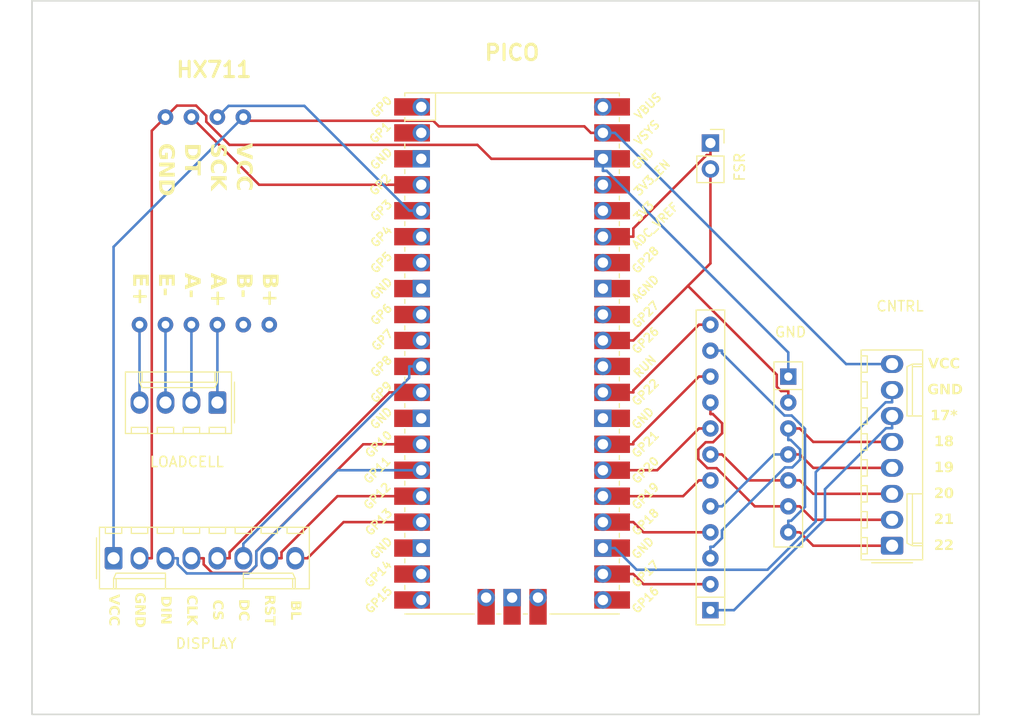
<source format=kicad_pcb>
(kicad_pcb (version 20221018) (generator pcbnew)
  (title_block (comment 4 "AISLER Project ID: LYVXFMNL"))
  (layers (0 "F.Cu" signal) (31 "B.Cu" signal) (36 "B.SilkS" user "B.Silkscreen") (37 "F.SilkS" user "F.Silkscreen") (38 "B.Mask" user) (39 "F.Mask" user) (44 "Edge.Cuts" user))
  (net 0 "")
  (net 1 "Net-(disp1-GND)")
  (net 2 "Net-(CNTRL1-GND)")
  (net 3 "Net-(PICO1-GPIO11)")
  (net 4 "Net-(PICO1-GPIO10)")
  (net 5 "Net-(PICO1-GPIO9)")
  (net 9 "Net-(PICO1-GPIO8)")
  (net 20 "Net-(PICO1-GPIO12)")
  (net 21 "Net-(PICO1-GPIO13)")
  (net 22 "Net-(FSR1-Pin_1)")
  (net 26 "Net-(FSR1-Pin_2)")
  (net 34 "Net-(hx1-A+)")
  (net 35 "Net-(hx1-A-)")
  (net 36 "Net-(hx1-E-)")
  (net 37 "Net-(hx1-E+)")
  (net 38 "Net-(PICO1-GPIO3)")
  (net 40 "Net-(PICO1-GPIO2)")
  (net 41 "Net-(PICO1-GPIO17)")
  (net 42 "Net-(PICO1-GPIO18)")
  (net 43 "Net-(PICO1-GPIO19)")
  (net 44 "Net-(PICO1-GPIO20)")
  (net 45 "Net-(PICO1-GPIO21)")
  (net 47 "Net-(PICO1-GPIO22)")
  (net 49 "Net-(CNTRL1-22)")
  (net 50 "Net-(CNTRL1-21)")
  (net 51 "Net-(CNTRL1-20)")
  (net 52 "Net-(CNTRL1-19)")
  (net 53 "Net-(CNTRL1-18)")
  (net 54 "Net-(CNTRL1-17*)")
  (net 55 "Net-(CNTRL1-VCC)")
  (footprint "MountingHole:MountingHole_3.2mm_M3" (layer "F.Cu") (at 154.94 66.04)
    (fp_text reference "m1" hide)
    (fp_text value "MountingHole_3.2mm_M3")
    (pad "" np_thru_hole circle locked (at 0 0) (size 3.2 3.2) (drill 3.2) (layers "*.Cu" "*.Mask"))
  )
  (footprint "MountingHole:MountingHole_3.2mm_M3" (layer "F.Cu") (at 236.22 66.04)
    (fp_text reference "m4" hide)
    (fp_text value "MountingHole_3.2mm_M3")
    (pad "" np_thru_hole circle locked (at 0 0) (size 3.2 3.2) (drill 3.2) (layers "F&B.Cu" "*.Mask"))
  )
  (footprint "MountingHole:MountingHole_3.2mm_M3" (layer "F.Cu") (at 154.94 127)
    (fp_text reference "m2" hide)
    (fp_text value "MountingHole_3.2mm_M3")
    (pad "" np_thru_hole circle locked (at 0 0) (size 3.2 3.2) (drill 3.2) (layers "F&B.Cu" "*.Mask"))
  )
  (footprint "MCU_RaspberryPi_and_Boards:RPi_Pico_SMD_TH" (layer "F.Cu") (at 195.58 95.48)
    (fp_text reference "PICO1" hide)
    (fp_text value "Pico")
    (fp_text user "GP2" (at -12.9 -16.51 45) (layer "F.SilkS") (effects (font (size 0.8 0.8))))
    (fp_text user "GP22" (at 13.054 3.81 45) (layer "F.SilkS") (effects (font (size 0.8 0.8))))
    (fp_text user "GP9" (at -12.8 3.81 45) (layer "F.SilkS") (effects (font (size 0.8 0.8))))
    (fp_text user "GP8" (at -12.8 1.27 45) (layer "F.SilkS") (effects (font (size 0.8 0.8))))
    (fp_text user "GP7" (at -12.7 -1.3 45) (layer "F.SilkS") (effects (font (size 0.8 0.8))))
    (fp_text user "RUN" (at 13 1.27 45) (layer "F.SilkS") (effects (font (size 0.8 0.8))))
    (fp_text user "GP0" (at -12.8 -24.13 45) (layer "F.SilkS") (effects (font (size 0.8 0.8))))
    (fp_text user "GP15" (at -13.054 24.13 45) (layer "F.SilkS") (effects (font (size 0.8 0.8))))
    (fp_text user "GP26" (at 13.054 -1.27 45) (layer "F.SilkS") (effects (font (size 0.8 0.8))))
    (fp_text user "GP11" (at -13.2 11.43 45) (layer "F.SilkS") (effects (font (size 0.8 0.8))))
    (fp_text user "GND" (at 12.8 6.35 45) (layer "F.SilkS") (effects (font (size 0.8 0.8))))
    (fp_text user "GP20" (at 13.054 11.43 45) (layer "F.SilkS") (effects (font (size 0.8 0.8))))
    (fp_text user "ADC_VREF" (at 14 -12.5 45) (layer "F.SilkS") (effects (font (size 0.8 0.8))))
    (fp_text user "VBUS" (at 13.3 -24.2 45) (layer "F.SilkS") (effects (font (size 0.8 0.8))))
    (fp_text user "GP1" (at -12.9 -21.6 45) (layer "F.SilkS") (effects (font (size 0.8 0.8))))
    (fp_text user "GP12" (at -13.2 13.97 45) (layer "F.SilkS") (effects (font (size 0.8 0.8))))
    (fp_text user "GP17" (at 13.054 21.59 45) (layer "F.SilkS") (effects (font (size 0.8 0.8))))
    (fp_text user "GP4" (at -12.8 -11.43 45) (layer "F.SilkS") (effects (font (size 0.8 0.8))))
    (fp_text user "AGND" (at 13.054 -6.35 45) (layer "F.SilkS") (effects (font (size 0.8 0.8))))
    (fp_text user "GP27" (at 13.054 -3.8 45) (layer "F.SilkS") (effects (font (size 0.8 0.8))))
    (fp_text user "GP10" (at -13.054 8.89 45) (layer "F.SilkS") (effects (font (size 0.8 0.8))))
    (fp_text user "GND" (at -12.8 -6.35 45) (layer "F.SilkS") (effects (font (size 0.8 0.8))))
    (fp_text user "GP18" (at 13.054 16.51 45) (layer "F.SilkS") (effects (font (size 0.8 0.8))))
    (fp_text user "GP5" (at -12.8 -8.89 45) (layer "F.SilkS") (effects (font (size 0.8 0.8))))
    (fp_text user "GND" (at -12.8 6.35 45) (layer "F.SilkS") (effects (font (size 0.8 0.8))))
    (fp_text user "3V3" (at 12.9 -13.9 45) (layer "F.SilkS") (effects (font (size 0.8 0.8))))
    (fp_text user "GND" (at 12.8 -19.05 45) (layer "F.SilkS") (effects (font (size 0.8 0.8))))
    (fp_text user "GP3" (at -12.8 -13.97 45) (layer "F.SilkS") (effects (font (size 0.8 0.8))))
    (fp_text user "GND" (at -12.8 -19.05 45) (layer "F.SilkS") (effects (font (size 0.8 0.8))))
    (fp_text user "GP13" (at -13.054 16.51 45) (layer "F.SilkS") (effects (font (size 0.8 0.8))))
    (fp_text user "GND" (at -12.8 19.05 45) (layer "F.SilkS") (effects (font (size 0.8 0.8))))
    (fp_text user "GND" (at 12.8 19.05 45) (layer "F.SilkS") (effects (font (size 0.8 0.8))))
    (fp_text user "GP6" (at -12.8 -3.81 45) (layer "F.SilkS") (effects (font (size 0.8 0.8))))
    (fp_text user "GP28" (at 13.054 -9.144 45) (layer "F.SilkS") (effects (font (size 0.8 0.8))))
    (fp_text user "GP16" (at 13.054 24.13 45) (layer "F.SilkS") (effects (font (size 0.8 0.8))))
    (fp_text user "GP21" (at 13.054 8.9 45) (layer "F.SilkS") (effects (font (size 0.8 0.8))))
    (fp_text user "GP14" (at -13.1 21.59 45) (layer "F.SilkS") (effects (font (size 0.8 0.8))))
    (fp_text user "VSYS" (at 13.2 -21.59 45) (layer "F.SilkS") (effects (font (size 0.8 0.8))))
    (fp_text user "3V3_EN" (at 13.7 -17.2 45) (layer "F.SilkS") (effects (font (size 0.8 0.8))))
    (fp_text user "GP19" (at 13.054 13.97 45) (layer "F.SilkS") (effects (font (size 0.8 0.8))))
    (pad "" np_thru_hole oval (at -2.725 -24) (size 1.8 1.8) (drill 1.8) (layers "*.Cu" "*.Mask"))
    (pad "" np_thru_hole oval (at -2.425 -20.97) (size 1.5 1.5) (drill 1.5) (layers "*.Cu" "*.Mask"))
    (pad "" np_thru_hole oval (at 2.425 -20.97) (size 1.5 1.5) (drill 1.5) (layers "*.Cu" "*.Mask"))
    (pad "" np_thru_hole oval (at 2.725 -24) (size 1.8 1.8) (drill 1.8) (layers "*.Cu" "*.Mask"))
    (pad "1" thru_hole oval (at -8.89 -24.13) (size 1.7 1.7) (drill 1.02) (layers "*.Cu" "*.Mask"))
    (pad "1" smd rect (at -8.89 -24.13) (size 3.5 1.7) (drill (offset -0.9 0)) (layers "F.Cu" "F.Mask"))
    (pad "2" thru_hole oval (at -8.89 -21.59) (size 1.7 1.7) (drill 1.02) (layers "*.Cu" "*.Mask"))
    (pad "2" smd rect (at -8.89 -21.59) (size 3.5 1.7) (drill (offset -0.9 0)) (layers "F.Cu" "F.Mask"))
    (pad "3" thru_hole rect (at -8.89 -19.05) (size 1.7 1.7) (drill 1.02) (layers "*.Cu" "*.Mask"))
    (pad "3" smd rect (at -8.89 -19.05) (size 3.5 1.7) (drill (offset -0.9 0)) (layers "F.Cu" "F.Mask"))
    (pad "4" thru_hole oval (at -8.89 -16.51) (size 1.7 1.7) (drill 1.02) (layers "*.Cu" "*.Mask") (net 40 "Net-(PICO1-GPIO2)"))
    (pad "4" smd rect (at -8.89 -16.51) (size 3.5 1.7) (drill (offset -0.9 0)) (layers "F.Cu" "F.Mask") (net 40 "Net-(PICO1-GPIO2)"))
    (pad "5" thru_hole oval (at -8.89 -13.97) (size 1.7 1.7) (drill 1.02) (layers "*.Cu" "*.Mask") (net 38 "Net-(PICO1-GPIO3)"))
    (pad "5" smd rect (at -8.89 -13.97) (size 3.5 1.7) (drill (offset -0.9 0)) (layers "F.Cu" "F.Mask") (net 38 "Net-(PICO1-GPIO3)"))
    (pad "6" thru_hole oval (at -8.89 -11.43) (size 1.7 1.7) (drill 1.02) (layers "*.Cu" "*.Mask"))
    (pad "6" smd rect (at -8.89 -11.43) (size 3.5 1.7) (drill (offset -0.9 0)) (layers "F.Cu" "F.Mask"))
    (pad "7" thru_hole oval (at -8.89 -8.89) (size 1.7 1.7) (drill 1.02) (layers "*.Cu" "*.Mask"))
    (pad "7" smd rect (at -8.89 -8.89) (size 3.5 1.7) (drill (offset -0.9 0)) (layers "F.Cu" "F.Mask"))
    (pad "8" thru_hole rect (at -8.89 -6.35) (size 1.7 1.7) (drill 1.02) (layers "*.Cu" "*.Mask"))
    (pad "8" smd rect (at -8.89 -6.35) (size 3.5 1.7) (drill (offset -0.9 0)) (layers "F.Cu" "F.Mask"))
    (pad "9" thru_hole oval (at -8.89 -3.81) (size 1.7 1.7) (drill 1.02) (layers "*.Cu" "*.Mask"))
    (pad "9" smd rect (at -8.89 -3.81) (size 3.5 1.7) (drill (offset -0.9 0)) (layers "F.Cu" "F.Mask"))
    (pad "10" thru_hole oval (at -8.89 -1.27) (size 1.7 1.7) (drill 1.02) (layers "*.Cu" "*.Mask"))
    (pad "10" smd rect (at -8.89 -1.27) (size 3.5 1.7) (drill (offset -0.9 0)) (layers "F.Cu" "F.Mask"))
    (pad "11" thru_hole oval (at -8.89 1.27) (size 1.7 1.7) (drill 1.02) (layers "*.Cu" "*.Mask") (net 9 "Net-(PICO1-GPIO8)"))
    (pad "11" smd rect (at -8.89 1.27) (size 3.5 1.7) (drill (offset -0.9 0)) (layers "F.Cu" "F.Mask") (net 9 "Net-(PICO1-GPIO8)"))
    (pad "12" thru_hole oval (at -8.89 3.81) (size 1.7 1.7) (drill 1.02) (layers "*.Cu" "*.Mask") (net 5 "Net-(PICO1-GPIO9)"))
    (pad "12" smd rect (at -8.89 3.81) (size 3.5 1.7) (drill (offset -0.9 0)) (layers "F.Cu" "F.Mask") (net 5 "Net-(PICO1-GPIO9)"))
    (pad "13" thru_hole rect (at -8.89 6.35) (size 1.7 1.7) (drill 1.02) (layers "*.Cu" "*.Mask"))
    (pad "13" smd rect (at -8.89 6.35) (size 3.5 1.7) (drill (offset -0.9 0)) (layers "F.Cu" "F.Mask"))
    (pad "14" thru_hole oval (at -8.89 8.89) (size 1.7 1.7) (drill 1.02) (layers "*.Cu" "*.Mask") (net 4 "Net-(PICO1-GPIO10)"))
    (pad "14" smd rect (at -8.89 8.89) (size 3.5 1.7) (drill (offset -0.9 0)) (layers "F.Cu" "F.Mask") (net 4 "Net-(PICO1-GPIO10)"))
    (pad "15" thru_hole oval (at -8.89 11.43) (size 1.7 1.7) (drill 1.02) (layers "*.Cu" "*.Mask") (net 3 "Net-(PICO1-GPIO11)"))
    (pad "15" smd rect (at -8.89 11.43) (size 3.5 1.7) (drill (offset -0.9 0)) (layers "F.Cu" "F.Mask") (net 3 "Net-(PICO1-GPIO11)"))
    (pad "16" thru_hole oval (at -8.89 13.97) (size 1.7 1.7) (drill 1.02) (layers "*.Cu" "*.Mask") (net 20 "Net-(PICO1-GPIO12)"))
    (pad "16" smd rect (at -8.89 13.97) (size 3.5 1.7) (drill (offset -0.9 0)) (layers "F.Cu" "F.Mask") (net 20 "Net-(PICO1-GPIO12)"))
    (pad "17" thru_hole oval (at -8.89 16.51) (size 1.7 1.7) (drill 1.02) (layers "*.Cu" "*.Mask") (net 21 "Net-(PICO1-GPIO13)"))
    (pad "17" smd rect (at -8.89 16.51) (size 3.5 1.7) (drill (offset -0.9 0)) (layers "F.Cu" "F.Mask") (net 21 "Net-(PICO1-GPIO13)"))
    (pad "18" thru_hole rect (at -8.89 19.05) (size 1.7 1.7) (drill 1.02) (layers "*.Cu" "*.Mask"))
    (pad "18" smd rect (at -8.89 19.05) (size 3.5 1.7) (drill (offset -0.9 0)) (layers "F.Cu" "F.Mask"))
    (pad "19" thru_hole oval (at -8.89 21.59) (size 1.7 1.7) (drill 1.02) (layers "*.Cu" "*.Mask"))
    (pad "19" smd rect (at -8.89 21.59) (size 3.5 1.7) (drill (offset -0.9 0)) (layers "F.Cu" "F.Mask"))
    (pad "20" thru_hole oval (at -8.89 24.13) (size 1.7 1.7) (drill 1.02) (layers "*.Cu" "*.Mask"))
    (pad "20" smd rect (at -8.89 24.13) (size 3.5 1.7) (drill (offset -0.9 0)) (layers "F.Cu" "F.Mask"))
    (pad "21" thru_hole oval (at 8.89 24.13) (size 1.7 1.7) (drill 1.02) (layers "*.Cu" "*.Mask"))
    (pad "21" smd rect (at 8.89 24.13) (size 3.5 1.7) (drill (offset 0.9 0)) (layers "F.Cu" "F.Mask"))
    (pad "22" thru_hole oval (at 8.89 21.59) (size 1.7 1.7) (drill 1.02) (layers "*.Cu" "*.Mask") (net 41 "Net-(PICO1-GPIO17)"))
    (pad "22" smd rect (at 8.89 21.59) (size 3.5 1.7) (drill (offset 0.9 0)) (layers "F.Cu" "F.Mask") (net 41 "Net-(PICO1-GPIO17)"))
    (pad "23" thru_hole rect (at 8.89 19.05) (size 1.7 1.7) (drill 1.02) (layers "*.Cu" "*.Mask") (net 2 "Net-(CNTRL1-GND)"))
    (pad "23" smd rect (at 8.89 19.05) (size 3.5 1.7) (drill (offset 0.9 0)) (layers "F.Cu" "F.Mask") (net 2 "Net-(CNTRL1-GND)"))
    (pad "24" thru_hole oval (at 8.89 16.51) (size 1.7 1.7) (drill 1.02) (layers "*.Cu" "*.Mask") (net 42 "Net-(PICO1-GPIO18)"))
    (pad "24" smd rect (at 8.89 16.51) (size 3.5 1.7) (drill (offset 0.9 0)) (layers "F.Cu" "F.Mask") (net 42 "Net-(PICO1-GPIO18)"))
    (pad "25" thru_hole oval (at 8.89 13.97) (size 1.7 1.7) (drill 1.02) (layers "*.Cu" "*.Mask") (net 43 "Net-(PICO1-GPIO19)"))
    (pad "25" smd rect (at 8.89 13.97) (size 3.5 1.7) (drill (offset 0.9 0)) (layers "F.Cu" "F.Mask") (net 43 "Net-(PICO1-GPIO19)"))
    (pad "26" thru_hole oval (at 8.89 11.43) (size 1.7 1.7) (drill 1.02) (layers "*.Cu" "*.Mask") (net 44 "Net-(PICO1-GPIO20)"))
    (pad "26" smd rect (at 8.89 11.43) (size 3.5 1.7) (drill (offset 0.9 0)) (layers "F.Cu" "F.Mask") (net 44 "Net-(PICO1-GPIO20)"))
    (pad "27" thru_hole oval (at 8.89 8.89) (size 1.7 1.7) (drill 1.02) (layers "*.Cu" "*.Mask") (net 45 "Net-(PICO1-GPIO21)"))
    (pad "27" smd rect (at 8.89 8.89) (size 3.5 1.7) (drill (offset 0.9 0)) (layers "F.Cu" "F.Mask") (net 45 "Net-(PICO1-GPIO21)"))
    (pad "28" thru_hole rect (at 8.89 6.35) (size 1.7 1.7) (drill 1.02) (layers "*.Cu" "*.Mask"))
    (pad "28" smd rect (at 8.89 6.35) (size 3.5 1.7) (drill (offset 0.9 0)) (layers "F.Cu" "F.Mask"))
    (pad "29" thru_hole oval (at 8.89 3.81) (size 1.7 1.7) (drill 1.02) (layers "*.Cu" "*.Mask") (net 47 "Net-(PICO1-GPIO22)"))
    (pad "29" smd rect (at 8.89 3.81) (size 3.5 1.7) (drill (offset 0.9 0)) (layers "F.Cu" "F.Mask") (net 47 "Net-(PICO1-GPIO22)"))
    (pad "30" thru_hole oval (at 8.89 1.27) (size 1.7 1.7) (drill 1.02) (layers "*.Cu" "*.Mask"))
    (pad "30" smd rect (at 8.89 1.27) (size 3.5 1.7) (drill (offset 0.9 0)) (layers "F.Cu" "F.Mask"))
    (pad "31" thru_hole oval (at 8.89 -1.27) (size 1.7 1.7) (drill 1.02) (layers "*.Cu" "*.Mask") (net 26 "Net-(FSR1-Pin_2)"))
    (pad "31" smd rect (at 8.89 -1.27) (size 3.5 1.7) (drill (offset 0.9 0)) (layers "F.Cu" "F.Mask") (net 26 "Net-(FSR1-Pin_2)"))
    (pad "32" thru_hole oval (at 8.89 -3.81) (size 1.7 1.7) (drill 1.02) (layers "*.Cu" "*.Mask"))
    (pad "32" smd rect (at 8.89 -3.81) (size 3.5 1.7) (drill (offset 0.9 0)) (layers "F.Cu" "F.Mask"))
    (pad "33" thru_hole rect (at 8.89 -6.35) (size 1.7 1.7) (drill 1.02) (layers "*.Cu" "*.Mask"))
    (pad "33" smd rect (at 8.89 -6.35) (size 3.5 1.7) (drill (offset 0.9 0)) (layers "F.Cu" "F.Mask"))
    (pad "34" thru_hole oval (at 8.89 -8.89) (size 1.7 1.7) (drill 1.02) (layers "*.Cu" "*.Mask"))
    (pad "34" smd rect (at 8.89 -8.89) (size 3.5 1.7) (drill (offset 0.9 0)) (layers "F.Cu" "F.Mask"))
    (pad "35" thru_hole oval (at 8.89 -11.43) (size 1.7 1.7) (drill 1.02) (layers "*.Cu" "*.Mask") (net 22 "Net-(FSR1-Pin_1)"))
    (pad "35" smd rect (at 8.89 -11.43) (size 3.5 1.7) (drill (offset 0.9 0)) (layers "F.Cu" "F.Mask") (net 22 "Net-(FSR1-Pin_1)"))
    (pad "36" thru_hole oval (at 8.89 -13.97) (size 1.7 1.7) (drill 1.02) (layers "*.Cu" "*.Mask"))
    (pad "36" smd rect (at 8.89 -13.97) (size 3.5 1.7) (drill (offset 0.9 0)) (layers "F.Cu" "F.Mask"))
    (pad "37" thru_hole oval (at 8.89 -16.51) (size 1.7 1.7) (drill 1.02) (layers "*.Cu" "*.Mask"))
    (pad "37" smd rect (at 8.89 -16.51) (size 3.5 1.7) (drill (offset 0.9 0)) (layers "F.Cu" "F.Mask"))
    (pad "38" thru_hole rect (at 8.89 -19.05) (size 1.7 1.7) (drill 1.02) (layers "*.Cu" "*.Mask") (net 1 "Net-(disp1-GND)"))
    (pad "38" smd rect (at 8.89 -19.05) (size 3.5 1.7) (drill (offset 0.9 0)) (layers "F.Cu" "F.Mask") (net 1 "Net-(disp1-GND)"))
    (pad "39" thru_hole oval (at 8.89 -21.59) (size 1.7 1.7) (drill 1.02) (layers "*.Cu" "*.Mask") (net 55 "Net-(CNTRL1-VCC)"))
    (pad "39" smd rect (at 8.89 -21.59) (size 3.5 1.7) (drill (offset 0.9 0)) (layers "F.Cu" "F.Mask") (net 55 "Net-(CNTRL1-VCC)"))
    (pad "40" thru_hole oval (at 8.89 -24.13) (size 1.7 1.7) (drill 1.02) (layers "*.Cu" "*.Mask"))
    (pad "40" smd rect (at 8.89 -24.13) (size 3.5 1.7) (drill (offset 0.9 0)) (layers "F.Cu" "F.Mask"))
    (pad "41" thru_hole oval (at -2.54 23.9) (size 1.7 1.7) (drill 1.02) (layers "*.Cu" "*.Mask"))
    (pad "41" smd rect (at -2.54 23.9 90) (size 3.5 1.7) (drill (offset -0.9 0)) (layers "F.Cu" "F.Mask"))
    (pad "42" thru_hole rect (at 0 23.9) (size 1.7 1.7) (drill 1.02) (layers "*.Cu" "*.Mask"))
    (pad "42" smd rect (at 0 23.9 90) (size 3.5 1.7) (drill (offset -0.9 0)) (layers "F.Cu" "F.Mask"))
    (pad "43" thru_hole oval (at 2.54 23.9) (size 1.7 1.7) (drill 1.02) (layers "*.Cu" "*.Mask"))
    (pad "43" smd rect (at 2.54 23.9 90) (size 3.5 1.7) (drill (offset -0.9 0)) (layers "F.Cu" "F.Mask"))
  )
  (footprint "Resistor_THT:R_Array_SIP7" (layer "F.Cu") (at 222.615 97.745 -90)
    (fp_text reference "RN2" hide)
    (fp_text value "10k")
    (pad "1" thru_hole rect (at 0 0 270) (size 1.6 1.6) (drill 0.8) (layers "*.Cu" "*.Mask") (net 1 "Net-(disp1-GND)"))
    (pad "2" thru_hole oval (at 2.54 0 270) (size 1.6 1.6) (drill 0.8) (layers "*.Cu" "*.Mask") (net 26 "Net-(FSR1-Pin_2)"))
    (pad "3" thru_hole oval (at 5.08 0 270) (size 1.6 1.6) (drill 0.8) (layers "*.Cu" "*.Mask") (net 53 "Net-(CNTRL1-18)"))
    (pad "4" thru_hole oval (at 7.62 0 270) (size 1.6 1.6) (drill 0.8) (layers "*.Cu" "*.Mask") (net 52 "Net-(CNTRL1-19)"))
    (pad "5" thru_hole oval (at 10.16 0 270) (size 1.6 1.6) (drill 0.8) (layers "*.Cu" "*.Mask") (net 51 "Net-(CNTRL1-20)"))
    (pad "6" thru_hole oval (at 12.7 0 270) (size 1.6 1.6) (drill 0.8) (layers "*.Cu" "*.Mask") (net 50 "Net-(CNTRL1-21)"))
    (pad "7" thru_hole oval (at 15.24 0 270) (size 1.6 1.6) (drill 0.8) (layers "*.Cu" "*.Mask") (net 49 "Net-(CNTRL1-22)"))
  )
  (footprint "MountingHole:MountingHole_3.2mm_M3" (layer "F.Cu") (at 236.22 127)
    (fp_text reference "m3" hide)
    (fp_text value "MountingHole_3.2mm_M3")
    (pad "" np_thru_hole circle locked (at 0 0) (size 3.2 3.2) (drill 3.2) (layers "F&B.Cu" "*.Mask"))
  )
  (footprint "Resistor_THT:R_Array_SIP12" (layer "F.Cu") (at 214.995 120.605 90)
    (fp_text reference "RN1" hide)
    (fp_text value "1k")
    (pad "1" thru_hole rect (at 0 0 90) (size 1.6 1.6) (drill 0.8) (layers "*.Cu" "*.Mask") (net 54 "Net-(CNTRL1-17*)"))
    (pad "2" thru_hole oval (at 2.54 0 90) (size 1.6 1.6) (drill 0.8) (layers "*.Cu" "*.Mask") (net 41 "Net-(PICO1-GPIO17)"))
    (pad "3" thru_hole oval (at 5.08 0 90) (size 1.6 1.6) (drill 0.8) (layers "*.Cu" "*.Mask") (net 53 "Net-(CNTRL1-18)"))
    (pad "4" thru_hole oval (at 7.62 0 90) (size 1.6 1.6) (drill 0.8) (layers "*.Cu" "*.Mask") (net 42 "Net-(PICO1-GPIO18)"))
    (pad "5" thru_hole oval (at 10.16 0 90) (size 1.6 1.6) (drill 0.8) (layers "*.Cu" "*.Mask") (net 52 "Net-(CNTRL1-19)"))
    (pad "6" thru_hole oval (at 12.7 0 90) (size 1.6 1.6) (drill 0.8) (layers "*.Cu" "*.Mask") (net 43 "Net-(PICO1-GPIO19)"))
    (pad "7" thru_hole oval (at 15.24 0 90) (size 1.6 1.6) (drill 0.8) (layers "*.Cu" "*.Mask") (net 51 "Net-(CNTRL1-20)"))
    (pad "8" thru_hole oval (at 17.78 0 90) (size 1.6 1.6) (drill 0.8) (layers "*.Cu" "*.Mask") (net 44 "Net-(PICO1-GPIO20)"))
    (pad "9" thru_hole oval (at 20.32 0 90) (size 1.6 1.6) (drill 0.8) (layers "*.Cu" "*.Mask") (net 50 "Net-(CNTRL1-21)"))
    (pad "10" thru_hole oval (at 22.86 0 90) (size 1.6 1.6) (drill 0.8) (layers "*.Cu" "*.Mask") (net 45 "Net-(PICO1-GPIO21)"))
    (pad "11" thru_hole oval (at 25.4 0 90) (size 1.6 1.6) (drill 0.8) (layers "*.Cu" "*.Mask") (net 49 "Net-(CNTRL1-22)"))
    (pad "12" thru_hole oval (at 27.94 0 90) (size 1.6 1.6) (drill 0.8) (layers "*.Cu" "*.Mask") (net 47 "Net-(PICO1-GPIO22)"))
  )
  (footprint "Connector_PinSocket_2.54mm:PinSocket_1x02_P2.54mm_Vertical" (layer "F.Cu") (at 214.995 74.885)
    (fp_text reference "FSR1" hide)
    (fp_text value "Conn_01x02_Socket")
    (pad "1" thru_hole rect (at 0 0) (size 1.7 1.7) (drill 1) (layers "*.Cu" "*.Mask") (net 22 "Net-(FSR1-Pin_1)"))
    (pad "2" thru_hole oval (at 0 2.54) (size 1.7 1.7) (drill 1) (layers "*.Cu" "*.Mask") (net 26 "Net-(FSR1-Pin_2)"))
  )
  (footprint "Connector_Molex:Molex_KK-254_AE-6410-08A_1x08_P2.54mm_Vertical" (layer "F.Cu") (at 232.775 114.3 90)
    (fp_text reference "CNTRL1" hide)
    (fp_text value "Conn_01x08")
    (pad "1" thru_hole roundrect (at 0 0 90) (size 1.74 2.19) (drill 1.19) (layers "*.Cu" "*.Mask") (roundrect_rratio 0.1436781609) (net 49 "Net-(CNTRL1-22)"))
    (pad "2" thru_hole oval (at 2.54 0 90) (size 1.74 2.19) (drill 1.19) (layers "*.Cu" "*.Mask") (net 50 "Net-(CNTRL1-21)"))
    (pad "3" thru_hole oval (at 5.08 0 90) (size 1.74 2.19) (drill 1.19) (layers "*.Cu" "*.Mask") (net 51 "Net-(CNTRL1-20)"))
    (pad "4" thru_hole oval (at 7.62 0 90) (size 1.74 2.19) (drill 1.19) (layers "*.Cu" "*.Mask") (net 52 "Net-(CNTRL1-19)"))
    (pad "5" thru_hole oval (at 10.16 0 90) (size 1.74 2.19) (drill 1.19) (layers "*.Cu" "*.Mask") (net 53 "Net-(CNTRL1-18)"))
    (pad "6" thru_hole oval (at 12.7 0 90) (size 1.74 2.19) (drill 1.19) (layers "*.Cu" "*.Mask") (net 54 "Net-(CNTRL1-17*)"))
    (pad "7" thru_hole oval (at 15.24 0 90) (size 1.74 2.19) (drill 1.19) (layers "*.Cu" "*.Mask") (net 2 "Net-(CNTRL1-GND)"))
    (pad "8" thru_hole oval (at 17.78 0 90) (size 1.74 2.19) (drill 1.19) (layers "*.Cu" "*.Mask") (net 55 "Net-(CNTRL1-VCC)"))
  )
  (footprint "hx711:hx711" (layer "F.Cu") (at 164.195 85.045 -90)
    (fp_text reference "hx1" hide)
    (fp_text value "hx711")
    (fp_text user "SCK" (at -10.16 -2.54 -90 unlocked) (layer "F.SilkS") (effects (font (size 1.5 1.5) (thickness 0.3) bold) (justify left)))
    (fp_text user "GND" (at -10.16 2.54 -90 unlocked) (layer "F.SilkS") (effects (font (size 1.5 1.5) (thickness 0.3) bold) (justify left)))
    (fp_text user "DT" (at -10.16 0 -90 unlocked) (layer "F.SilkS") (effects (font (size 1.5 1.5) (thickness 0.3) bold) (justify left)))
    (fp_text user "A-" (at 2.54 0 -90 unlocked) (layer "F.SilkS") (effects (font (size 1.5 1.5) (thickness 0.3) bold) (justify left)))
    (fp_text user "B-" (at 2.54 -5.08 -90 unlocked) (layer "F.SilkS") (effects (font (size 1.5 1.5) (thickness 0.3) bold) (justify left)))
    (fp_text user "E-" (at 2.54 2.54 -90 unlocked) (layer "F.SilkS") (effects (font (size 1.5 1.5) (thickness 0.3) bold) (justify left)))
    (fp_text user "A+" (at 2.54 -2.54 -90 unlocked) (layer "F.SilkS") (effects (font (size 1.5 1.5) (thickness 0.3) bold) (justify left)))
    (fp_text user "E+" (at 2.54 5.08 -90 unlocked) (layer "F.SilkS") (effects (font (size 1.5 1.5) (thickness 0.3) bold) (justify left)))
    (fp_text user "VCC" (at -10.16 -5.08 -90 unlocked) (layer "F.SilkS") (effects (font (size 1.5 1.5) (thickness 0.3) bold) (justify left)))
    (fp_text user "B+" (at 2.54 -7.62 -90 unlocked) (layer "F.SilkS") (effects (font (size 1.5 1.5) (thickness 0.3) bold) (justify left)))
    (pad "1" thru_hole circle (at 7.62 -7.62 270) (size 1.524 1.524) (drill 0.762) (layers "*.Cu" "*.Mask"))
    (pad "2" thru_hole circle (at 7.62 -5.08 270) (size 1.524 1.524) (drill 0.762) (layers "*.Cu" "*.Mask"))
    (pad "3" thru_hole circle (at 7.62 -2.54 270) (size 1.524 1.524) (drill 0.762) (layers "*.Cu" "*.Mask") (net 34 "Net-(hx1-A+)"))
    (pad "4" thru_hole circle (at 7.62 0 270) (size 1.524 1.524) (drill 0.762) (layers "*.Cu" "*.Mask") (net 35 "Net-(hx1-A-)"))
    (pad "5" thru_hole circle (at 7.62 2.54 270) (size 1.524 1.524) (drill 0.762) (layers "*.Cu" "*.Mask") (net 36 "Net-(hx1-E-)"))
    (pad "6" thru_hole circle (at 7.62 5.08 270) (size 1.524 1.524) (drill 0.762) (layers "*.Cu" "*.Mask") (net 37 "Net-(hx1-E+)"))
    (pad "7" thru_hole circle (at -12.7 -5.08 270) (size 1.524 1.524) (drill 0.762) (layers "*.Cu" "*.Mask") (net 55 "Net-(CNTRL1-VCC)"))
    (pad "8" thru_hole circle (at -12.7 -2.54 270) (size 1.524 1.524) (drill 0.762) (layers "*.Cu" "*.Mask") (net 38 "Net-(PICO1-GPIO3)"))
    (pad "9" thru_hole circle (at -12.7 0 270) (size 1.524 1.524) (drill 0.762) (layers "*.Cu" "*.Mask") (net 40 "Net-(PICO1-GPIO2)"))
    (pad "10" thru_hole circle (at -12.7 2.54 270) (size 1.524 1.524) (drill 0.762) (layers "*.Cu" "*.Mask") (net 1 "Net-(disp1-GND)"))
  )
  (footprint "Connector_Molex:Molex_KK-254_AE-6410-08A_1x08_P2.54mm_Vertical" (layer "F.Cu") (at 156.575 115.525)
    (fp_text reference "disp1" hide)
    (fp_text value "Conn_01x08_Pin")
    (pad "1" thru_hole roundrect (at 0 0) (size 1.74 2.19) (drill 1.19) (layers "*.Cu" "*.Mask") (roundrect_rratio 0.1436781609) (net 55 "Net-(CNTRL1-VCC)"))
    (pad "2" thru_hole oval (at 2.54 0) (size 1.74 2.19) (drill 1.19) (layers "*.Cu" "*.Mask") (net 1 "Net-(disp1-GND)"))
    (pad "3" thru_hole oval (at 5.08 0) (size 1.74 2.19) (drill 1.19) (layers "*.Cu" "*.Mask") (net 3 "Net-(PICO1-GPIO11)"))
    (pad "4" thru_hole oval (at 7.62 0) (size 1.74 2.19) (drill 1.19) (layers "*.Cu" "*.Mask") (net 4 "Net-(PICO1-GPIO10)"))
    (pad "5" thru_hole oval (at 10.16 0) (size 1.74 2.19) (drill 1.19) (layers "*.Cu" "*.Mask") (net 5 "Net-(PICO1-GPIO9)"))
    (pad "6" thru_hole oval (at 12.7 0) (size 1.74 2.19) (drill 1.19) (layers "*.Cu" "*.Mask") (net 9 "Net-(PICO1-GPIO8)"))
    (pad "7" thru_hole oval (at 15.24 0) (size 1.74 2.19) (drill 1.19) (layers "*.Cu" "*.Mask") (net 20 "Net-(PICO1-GPIO12)"))
    (pad "8" thru_hole oval (at 17.78 0) (size 1.74 2.19) (drill 1.19) (layers "*.Cu" "*.Mask") (net 21 "Net-(PICO1-GPIO13)"))
  )
  (footprint "Connector_Molex:Molex_KK-254_AE-6410-04A_1x04_P2.54mm_Vertical" (layer "F.Cu") (at 166.735 100.285 180)
    (fp_text reference "loadcell1" hide)
    (fp_text value "molex4p")
    (pad "1" thru_hole roundrect (at 0 0 180) (size 1.74 2.19) (drill 1.19) (layers "*.Cu" "*.Mask") (roundrect_rratio 0.1436781609) (net 34 "Net-(hx1-A+)"))
    (pad "2" thru_hole oval (at 2.54 0 180) (size 1.74 2.19) (drill 1.19) (layers "*.Cu" "*.Mask") (net 35 "Net-(hx1-A-)"))
    (pad "3" thru_hole oval (at 5.08 0 180) (size 1.74 2.19) (drill 1.19) (layers "*.Cu" "*.Mask") (net 36 "Net-(hx1-E-)"))
    (pad "4" thru_hole oval (at 7.62 0 180) (size 1.74 2.19) (drill 1.19) (layers "*.Cu" "*.Mask") (net 37 "Net-(hx1-E+)"))
  )
  (gr_rect locked (start 148.59 60.96) (end 241.3 130.81) (stroke (width 0.15)) (fill none) (layer "Edge.Cuts"))
  (gr_text "FSR" (at 218.44 78.74 90) (layer "F.SilkS") (effects (font (size 1 1)) (justify left bottom)))
  (gr_text "17*" (at 237.855 101.6) (layer "F.SilkS") (effects (font (size 1 1) (thickness 0.15) bold)))
  (gr_text "RST" (at 171.815 120.605 270) (layer "F.SilkS") (effects (font (size 1 1) (thickness 0.15) bold)))
  (gr_text "DIN" (at 161.655 120.605 270) (layer "F.SilkS") (effects (font (size 1 1) (thickness 0.15) bold)))
  (gr_text "18" (at 237.855 104.14) (layer "F.SilkS") (effects (font (size 1 1) (thickness 0.15) bold)))
  (gr_text "HX711" (at 162.56 68.58) (layer "F.SilkS") (effects (font (size 1.5 1.5) (thickness 0.3) bold) (justify left bottom)))
  (gr_text "LOADCELL" (at 160.02 106.68) (layer "F.SilkS") (effects (font (size 1 1)) (justify left bottom)))
  (gr_text "BL" (at 174.355 120.605 270) (layer "F.SilkS") (effects (font (size 1 1) (thickness 0.15) bold)))
  (gr_text "GND" (at 236.22 99.06) (layer "F.SilkS") (effects (font (size 1 1) (thickness 0.15) bold) (justify left)))
  (gr_text "PICO" (at 195.58 66.04) (layer "F.SilkS") (effects (font (size 1.5 1.5) (thickness 0.3) bold)))
  (gr_text "VCC" (at 156.575 120.605 -90) (layer "F.SilkS") (effects (font (size 1 1) (thickness 0.15) bold)))
  (gr_text "CNTRL" (at 231.14 91.44) (layer "F.SilkS") (effects (font (size 1 1)) (justify left bottom)))
  (gr_text "GND" (at 221.215 93.98) (layer "F.SilkS") (effects (font (size 1 1)) (justify left bottom)))
  (gr_text "CLK" (at 164.195 120.605 270) (layer "F.SilkS") (effects (font (size 1 1) (thickness 0.15) bold)))
  (gr_text "19" (at 237.855 106.68) (layer "F.SilkS") (effects (font (size 1 1) (thickness 0.15) bold)))
  (gr_text "GND" (at 159.115 120.605 270) (layer "F.SilkS") (effects (font (size 1 1) (thickness 0.15) bold)))
  (gr_text "22" (at 237.855 114.3) (layer "F.SilkS") (effects (font (size 1 1) (thickness 0.15) bold)))
  (gr_text "CS" (at 166.735 120.605 270) (layer "F.SilkS") (effects (font (size 1 1) (thickness 0.15) bold)))
  (gr_text "DISPLAY" (at 162.56 124.46) (layer "F.SilkS") (effects (font (size 1 1)) (justify left bottom)))
  (gr_text "21" (at 237.855 111.76) (layer "F.SilkS") (effects (font (size 1 1) (thickness 0.15) bold)))
  (gr_text "20" (at 237.855 109.22) (layer "F.SilkS") (effects (font (size 1 1) (thickness 0.15) bold)))
  (gr_text "DC" (at 169.275 120.605 270) (layer "F.SilkS") (effects (font (size 1 1) (thickness 0.15) bold)))
  (gr_text "VCC" (at 237.855 96.52) (layer "F.SilkS") (effects (font (size 1 1) (thickness 0.15) bold)))
  (segment (start 165.6461 72.2156) (end 164.6516 71.2211) (width 0.25) (layer "F.Cu") (net 1))
  (segment (start 159.115 115.525) (end 160.3119 115.525) (width 0.25) (layer "F.Cu") (net 1))
  (segment (start 161.655 72.345) (end 160.3119 73.6881) (width 0.25) (layer "F.Cu") (net 1))
  (segment (start 164.6516 71.2211) (end 162.7789 71.2211) (width 0.25) (layer "F.Cu") (net 1))
  (segment (start 165.6461 72.7982) (end 165.6461 72.2156) (width 0.25) (layer "F.Cu") (net 1))
  (segment (start 204.47 76.43) (end 193.552 76.43) (width 0.25) (layer "F.Cu") (net 1))
  (segment (start 192.1889 75.0669) (end 167.9148 75.0669) (width 0.25) (layer "F.Cu") (net 1))
  (segment (start 167.9148 75.0669) (end 165.6461 72.7982) (width 0.25) (layer "F.Cu") (net 1))
  (segment (start 193.552 76.43) (end 192.1889 75.0669) (width 0.25) (layer "F.Cu") (net 1))
  (segment (start 162.7789 71.2211) (end 161.655 72.345) (width 0.25) (layer "F.Cu") (net 1))
  (segment (start 160.3119 73.6881) (end 160.3119 115.525) (width 0.25) (layer "F.Cu") (net 1))
  (segment (start 222.615 95.3841) (end 222.615 97.745) (width 0.25) (layer "B.Cu") (net 1))
  (segment (start 204.47 76.43) (end 204.47 77.6069) (width 0.25) (layer "B.Cu") (net 1))
  (segment (start 204.8378 77.6069) (end 222.615 95.3841) (width 0.25) (layer "B.Cu") (net 1))
  (segment (start 204.47 77.6069) (end 204.8378 77.6069) (width 0.25) (layer "B.Cu") (net 1))
  (segment (start 232.1441 100.2569) (end 232.775 100.2569) (width 0.25) (layer "B.Cu") (net 2))
  (segment (start 207.7703 116.6534) (end 220.5773 116.6534) (width 0.25) (layer "B.Cu") (net 2))
  (segment (start 225.3041 107.0969) (end 232.1441 100.2569) (width 0.25) (layer "B.Cu") (net 2))
  (segment (start 225.3041 111.9266) (end 225.3041 107.0969) (width 0.25) (layer "B.Cu") (net 2))
  (segment (start 205.6469 114.53) (end 207.7703 116.6534) (width 0.25) (layer "B.Cu") (net 2))
  (segment (start 204.47 114.53) (end 205.6469 114.53) (width 0.25) (layer "B.Cu") (net 2))
  (segment (start 220.5773 116.6534) (end 225.3041 111.9266) (width 0.25) (layer "B.Cu") (net 2))
  (segment (start 232.775 99.06) (end 232.775 100.2569) (width 0.25) (layer "B.Cu") (net 2))
  (segment (start 169.7614 117.0106) (end 170.545 116.227) (width 0.25) (layer "B.Cu") (net 3))
  (segment (start 161.655 115.525) (end 162.8519 115.525) (width 0.25) (layer "B.Cu") (net 3))
  (segment (start 170.545 116.227) (end 170.545 114.859) (width 0.25) (layer "B.Cu") (net 3))
  (segment (start 162.8519 115.525) (end 162.8519 116.1235) (width 0.25) (layer "B.Cu") (net 3))
  (segment (start 163.739 117.0106) (end 169.7614 117.0106) (width 0.25) (layer "B.Cu") (net 3))
  (segment (start 178.494 106.91) (end 186.69 106.91) (width 0.25) (layer "B.Cu") (net 3))
  (segment (start 170.545 114.859) (end 178.494 106.91) (width 0.25) (layer "B.Cu") (net 3))
  (segment (start 162.8519 116.1235) (end 163.739 117.0106) (width 0.25) (layer "B.Cu") (net 3))
  (segment (start 170.545 114.8306) (end 181.0056 104.37) (width 0.25) (layer "F.Cu") (net 4))
  (segment (start 170.545 116.2484) (end 170.545 114.8306) (width 0.25) (layer "F.Cu") (net 4))
  (segment (start 181.0056 104.37) (end 186.69 104.37) (width 0.25) (layer "F.Cu") (net 4))
  (segment (start 169.8277 116.9657) (end 170.545 116.2484) (width 0.25) (layer "F.Cu") (net 4))
  (segment (start 166.2342 116.9657) (end 169.8277 116.9657) (width 0.25) (layer "F.Cu") (net 4))
  (segment (start 164.195 115.525) (end 165.3919 115.525) (width 0.25) (layer "F.Cu") (net 4))
  (segment (start 165.3919 116.1234) (end 166.2342 116.9657) (width 0.25) (layer "F.Cu") (net 4))
  (segment (start 165.3919 115.525) (end 165.3919 116.1234) (width 0.25) (layer "F.Cu") (net 4))
  (segment (start 167.9319 114.9265) (end 183.5684 99.29) (width 0.25) (layer "F.Cu") (net 5))
  (segment (start 166.735 115.525) (end 167.9319 115.525) (width 0.25) (layer "F.Cu") (net 5))
  (segment (start 183.5684 99.29) (end 186.69 99.29) (width 0.25) (layer "F.Cu") (net 5))
  (segment (start 167.9319 115.525) (end 167.9319 114.9265) (width 0.25) (layer "F.Cu") (net 5))
  (segment (start 186.69 96.75) (end 185.5131 96.75) (width 0.25) (layer "B.Cu") (net 9))
  (segment (start 169.275 114.1031) (end 185.5131 97.865) (width 0.25) (layer "B.Cu") (net 9))
  (segment (start 185.5131 97.865) (end 185.5131 96.75) (width 0.25) (layer "B.Cu") (net 9))
  (segment (start 169.275 115.525) (end 169.275 114.1031) (width 0.25) (layer "B.Cu") (net 9))
  (segment (start 173.0119 114.9265) (end 178.4884 109.45) (width 0.25) (layer "F.Cu") (net 20))
  (segment (start 171.815 115.525) (end 173.0119 115.525) (width 0.25) (layer "F.Cu") (net 20))
  (segment (start 178.4884 109.45) (end 186.69 109.45) (width 0.25) (layer "F.Cu") (net 20))
  (segment (start 173.0119 115.525) (end 173.0119 114.9265) (width 0.25) (layer "F.Cu") (net 20))
  (segment (start 179.0869 111.99) (end 186.69 111.99) (width 0.25) (layer "F.Cu") (net 21))
  (segment (start 174.355 115.525) (end 175.5519 115.525) (width 0.25) (layer "F.Cu") (net 21))
  (segment (start 175.5519 115.525) (end 179.0869 111.99) (width 0.25) (layer "F.Cu") (net 21))
  (segment (start 204.47 84.05) (end 207.4469 84.05) (width 0.25) (layer "F.Cu") (net 22))
  (segment (start 214.995 76.0619) (end 214.6266 76.0619) (width 0.25) (layer "F.Cu") (net 22))
  (segment (start 214.6266 76.0619) (end 207.4469 83.2416) (width 0.25) (layer "F.Cu") (net 22))
  (segment (start 207.4469 83.2416) (end 207.4469 84.05) (width 0.25) (layer "F.Cu") (net 22))
  (segment (start 214.995 74.885) (end 214.995 76.0619) (width 0.25) (layer "F.Cu") (net 22))
  (segment (start 204.47 94.21) (end 207.4469 94.21) (width 0.25) (layer "F.Cu") (net 26))
  (segment (start 212.7917 88.8652) (end 207.4469 94.21) (width 0.25) (layer "F.Cu") (net 26))
  (segment (start 221.9106 99.1581) (end 221.4881 98.7356) (width 0.25) (layer "F.Cu") (net 26))
  (segment (start 222.615 100.285) (end 222.615 99.1581) (width 0.25) (layer "F.Cu") (net 26))
  (segment (start 222.615 99.1581) (end 221.9106 99.1581) (width 0.25) (layer "F.Cu") (net 26))
  (segment (start 214.995 86.6619) (end 212.7917 88.8652) (width 0.25) (layer "F.Cu") (net 26))
  (segment (start 214.995 77.425) (end 214.995 86.6619) (width 0.25) (layer "F.Cu") (net 26))
  (segment (start 221.4881 97.5616) (end 212.7917 88.8652) (width 0.25) (layer "F.Cu") (net 26))
  (segment (start 221.4881 98.7356) (end 221.4881 97.5616) (width 0.25) (layer "F.Cu") (net 26))
  (segment (start 166.735 100.285) (end 166.735 92.665) (width 0.25) (layer "B.Cu") (net 34))
  (segment (start 164.195 100.285) (end 164.195 92.665) (width 0.25) (layer "B.Cu") (net 35))
  (segment (start 161.655 100.285) (end 161.655 92.665) (width 0.25) (layer "B.Cu") (net 36))
  (segment (start 159.115 100.285) (end 159.115 92.665) (width 0.25) (layer "B.Cu") (net 37))
  (segment (start 185.5131 81.51) (end 175.2511 71.248) (width 0.25) (layer "B.Cu") (net 38))
  (segment (start 186.69 81.51) (end 185.5131 81.51) (width 0.25) (layer "B.Cu") (net 38))
  (segment (start 167.832 71.248) (end 166.735 72.345) (width 0.25) (layer "B.Cu") (net 38))
  (segment (start 175.2511 71.248) (end 167.832 71.248) (width 0.25) (layer "B.Cu") (net 38))
  (segment (start 164.195 72.345) (end 170.82 78.97) (width 0.25) (layer "F.Cu") (net 40))
  (segment (start 170.82 78.97) (end 186.69 78.97) (width 0.25) (layer "F.Cu") (net 40))
  (segment (start 214.995 118.065) (end 208.4419 118.065) (width 0.25) (layer "F.Cu") (net 41))
  (segment (start 208.4419 118.065) (end 207.4469 117.07) (width 0.25) (layer "F.Cu") (net 41))
  (segment (start 204.47 117.07) (end 207.4469 117.07) (width 0.25) (layer "F.Cu") (net 41))
  (segment (start 204.47 111.99) (end 207.4469 111.99) (width 0.25) (layer "F.Cu") (net 42))
  (segment (start 208.4419 112.985) (end 207.4469 111.99) (width 0.25) (layer "F.Cu") (net 42))
  (segment (start 214.995 112.985) (end 208.4419 112.985) (width 0.25) (layer "F.Cu") (net 42))
  (segment (start 212.3231 109.45) (end 204.47 109.45) (width 0.25) (layer "F.Cu") (net 43))
  (segment (start 214.995 107.905) (end 213.8681 107.905) (width 0.25) (layer "F.Cu") (net 43))
  (segment (start 213.8681 107.905) (end 212.3231 109.45) (width 0.25) (layer "F.Cu") (net 43))
  (segment (start 209.7831 106.91) (end 204.47 106.91) (width 0.25) (layer "F.Cu") (net 44))
  (segment (start 214.995 102.825) (end 213.8681 102.825) (width 0.25) (layer "F.Cu") (net 44))
  (segment (start 213.8681 102.825) (end 209.7831 106.91) (width 0.25) (layer "F.Cu") (net 44))
  (segment (start 214.995 97.745) (end 213.8681 97.745) (width 0.25) (layer "F.Cu") (net 45))
  (segment (start 204.47 104.37) (end 207.4469 104.37) (width 0.25) (layer "F.Cu") (net 45))
  (segment (start 207.4469 104.1662) (end 207.4469 104.37) (width 0.25) (layer "F.Cu") (net 45))
  (segment (start 213.8681 97.745) (end 207.4469 104.1662) (width 0.25) (layer "F.Cu") (net 45))
  (segment (start 214.995 92.665) (end 213.8681 92.665) (width 0.25) (layer "F.Cu") (net 47))
  (segment (start 207.4469 99.0862) (end 207.4469 99.29) (width 0.25) (layer "F.Cu") (net 47))
  (segment (start 213.8681 92.665) (end 207.4469 99.0862) (width 0.25) (layer "F.Cu") (net 47))
  (segment (start 204.47 99.29) (end 207.4469 99.29) (width 0.25) (layer "F.Cu") (net 47))
  (segment (start 232.775 114.3) (end 225.0569 114.3) (width 0.25) (layer "F.Cu") (net 49))
  (segment (start 225.0569 114.3) (end 223.7419 112.985) (width 0.25) (layer "F.Cu") (net 49))
  (segment (start 222.615 112.985) (end 223.7419 112.985) (width 0.25) (layer "F.Cu") (net 49))
  (segment (start 224.2483 102.8608) (end 224.2483 110.5065) (width 0.25) (layer "B.Cu") (net 49))
  (segment (start 222.8967 111.8581) (end 222.615 111.8581) (width 0.25) (layer "B.Cu") (net 49))
  (segment (start 222.615 112.985) (end 222.615 111.8581) (width 0.25) (layer "B.Cu") (net 49))
  (segment (start 222.9425 101.555) (end 224.2483 102.8608) (width 0.25) (layer "B.Cu") (net 49))
  (segment (start 224.2483 110.5065) (end 222.8967 111.8581) (width 0.25) (layer "B.Cu") (net 49))
  (segment (start 216.1219 95.4407) (end 222.2362 101.555) (width 0.25) (layer "B.Cu") (net 49))
  (segment (start 216.1219 95.205) (end 216.1219 95.4407) (width 0.25) (layer "B.Cu") (net 49))
  (segment (start 222.2362 101.555) (end 222.9425 101.555) (width 0.25) (layer "B.Cu") (net 49))
  (segment (start 214.995 95.205) (end 216.1219 95.205) (width 0.25) (layer "B.Cu") (net 49))
  (segment (start 215.2552 104.1689) (end 216.1345 103.2896) (width 0.25) (layer "F.Cu") (net 50))
  (segment (start 215.2285 101.4119) (end 214.995 101.4119) (width 0.25) (layer "F.Cu") (net 50))
  (segment (start 213.8061 104.8907) (end 214.5279 104.1689) (width 0.25) (layer "F.Cu") (net 50))
  (segment (start 214.5279 104.1689) (end 215.2552 104.1689) (width 0.25) (layer "F.Cu") (net 50))
  (segment (start 219.3352 110.445) (end 215.5991 106.7089) (width 0.25) (layer "F.Cu") (net 50))
  (segment (start 215.5991 106.7089) (end 214.7066 106.7089) (width 0.25) (layer "F.Cu") (net 50))
  (segment (start 213.8061 105.8084) (end 213.8061 104.8907) (width 0.25) (layer "F.Cu") (net 50))
  (segment (start 214.7066 106.7089) (end 213.8061 105.8084) (width 0.25) (layer "F.Cu") (net 50))
  (segment (start 225.0569 111.76) (end 223.7419 110.445) (width 0.25) (layer "F.Cu") (net 50))
  (segment (start 232.775 111.76) (end 225.0569 111.76) (width 0.25) (layer "F.Cu") (net 50))
  (segment (start 216.1345 102.3179) (end 215.2285 101.4119) (width 0.25) (layer "F.Cu") (net 50))
  (segment (start 222.615 110.445) (end 219.3352 110.445) (width 0.25) (layer "F.Cu") (net 50))
  (segment (start 216.1345 103.2896) (end 216.1345 102.3179) (width 0.25) (layer "F.Cu") (net 50))
  (segment (start 222.615 110.445) (end 223.7419 110.445) (width 0.25) (layer "F.Cu") (net 50))
  (segment (start 214.995 100.285) (end 214.995 101.4119) (width 0.25) (layer "F.Cu") (net 50))
  (segment (start 218.6619 107.905) (end 216.1219 105.365) (width 0.25) (layer "F.Cu") (net 51))
  (segment (start 225.0569 109.22) (end 223.7419 107.905) (width 0.25) (layer "F.Cu") (net 51))
  (segment (start 214.995 105.365) (end 216.1219 105.365) (width 0.25) (layer "F.Cu") (net 51))
  (segment (start 222.615 107.905) (end 218.6619 107.905) (width 0.25) (layer "F.Cu") (net 51))
  (segment (start 222.615 107.905) (end 223.7419 107.905) (width 0.25) (layer "F.Cu") (net 51))
  (segment (start 232.775 109.22) (end 225.0569 109.22) (width 0.25) (layer "F.Cu") (net 51))
  (segment (start 232.775 106.68) (end 225.0569 106.68) (width 0.25) (layer "F.Cu") (net 52))
  (segment (start 225.0569 106.68) (end 223.7419 105.365) (width 0.25) (layer "F.Cu") (net 52))
  (segment (start 222.615 105.365) (end 223.7419 105.365) (width 0.25) (layer "F.Cu") (net 52))
  (segment (start 221.2019 105.365) (end 222.615 105.365) (width 0.25) (layer "B.Cu") (net 52))
  (segment (start 216.1219 110.445) (end 221.2019 105.365) (width 0.25) (layer "B.Cu") (net 52))
  (segment (start 214.995 110.445) (end 216.1219 110.445) (width 0.25) (layer "B.Cu") (net 52))
  (segment (start 232.775 104.14) (end 225.0569 104.14) (width 0.25) (layer "F.Cu") (net 53))
  (segment (start 222.615 102.825) (end 223.7419 102.825) (width 0.25) (layer "F.Cu") (net 53))
  (segment (start 225.0569 104.14) (end 223.7419 102.825) (width 0.25) (layer "F.Cu") (net 53))
  (segment (start 214.995 114.3981) (end 215.2768 114.3981) (width 0.25) (layer "B.Cu") (net 53))
  (segment (start 222.2875 106.635) (end 223.008 106.635) (width 0.25) (layer "B.Cu") (net 53))
  (segment (start 222.615 102.825) (end 222.615 103.9519) (width 0.25) (layer "B.Cu") (net 53))
  (segment (start 223.7742 105.8688) (end 223.7742 104.8776) (width 0.25) (layer "B.Cu") (net 53))
  (segment (start 222.8485 103.9519) (end 222.615 103.9519) (width 0.25) (layer "B.Cu") (net 53))
  (segment (start 223.7742 104.8776) (end 222.8485 103.9519) (width 0.25) (layer "B.Cu") (net 53))
  (segment (start 216.1219 112.8006) (end 222.2875 106.635) (width 0.25) (layer "B.Cu") (net 53))
  (segment (start 223.008 106.635) (end 223.7742 105.8688) (width 0.25) (layer "B.Cu") (net 53))
  (segment (start 214.995 115.525) (end 214.995 114.3981) (width 0.25) (layer "B.Cu") (net 53))
  (segment (start 215.2768 114.3981) (end 216.1219 113.553) (width 0.25) (layer "B.Cu") (net 53))
  (segment (start 216.1219 113.553) (end 216.1219 112.8006) (width 0.25) (layer "B.Cu") (net 53))
  (segment (start 226.2064 111.7025) (end 226.2064 108.7691) (width 0.25) (layer "B.Cu") (net 54))
  (segment (start 232.775 101.6) (end 232.775 102.7969) (width 0.25) (layer "B.Cu") (net 54))
  (segment (start 217.3039 120.605) (end 226.2064 111.7025) (width 0.25) (layer "B.Cu") (net 54))
  (segment (start 232.1786 102.7969) (end 232.775 102.7969) (width 0.25) (layer "B.Cu") (net 54))
  (segment (start 214.995 120.605) (end 217.3039 120.605) (width 0.25) (layer "B.Cu") (net 54))
  (segment (start 226.2064 108.7691) (end 232.1786 102.7969) (width 0.25) (layer "B.Cu") (net 54))
  (segment (start 202.6541 73.251) (end 203.2931 73.89) (width 0.25) (layer "F.Cu") (net 55))
  (segment (start 187.8654 72.7054) (end 188.411 73.251) (width 0.25) (layer "F.Cu") (net 55))
  (segment (start 169.6354 72.7054) (end 187.8654 72.7054) (width 0.25) (layer "F.Cu") (net 55))
  (segment (start 169.275 72.345) (end 169.6354 72.7054) (width 0.25) (layer "F.Cu") (net 55))
  (segment (start 204.47 73.89) (end 203.2931 73.89) (width 0.25) (layer "F.Cu") (net 55))
  (segment (start 188.411 73.251) (end 202.6541 73.251) (width 0.25) (layer "F.Cu") (net 55))
  (segment (start 156.575 85.045) (end 169.275 72.345) (width 0.25) (layer "B.Cu") (net 55))
  (segment (start 204.47 73.89) (end 205.6469 73.89) (width 0.25) (layer "B.Cu") (net 55))
  (segment (start 205.6469 73.89) (end 228.2769 96.52) (width 0.25) (layer "B.Cu") (net 55))
  (segment (start 228.2769 96.52) (end 232.775 96.52) (width 0.25) (layer "B.Cu") (net 55))
  (segment (start 156.575 115.525) (end 156.575 85.045) (width 0.25) (layer "B.Cu") (net 55))
)
</source>
